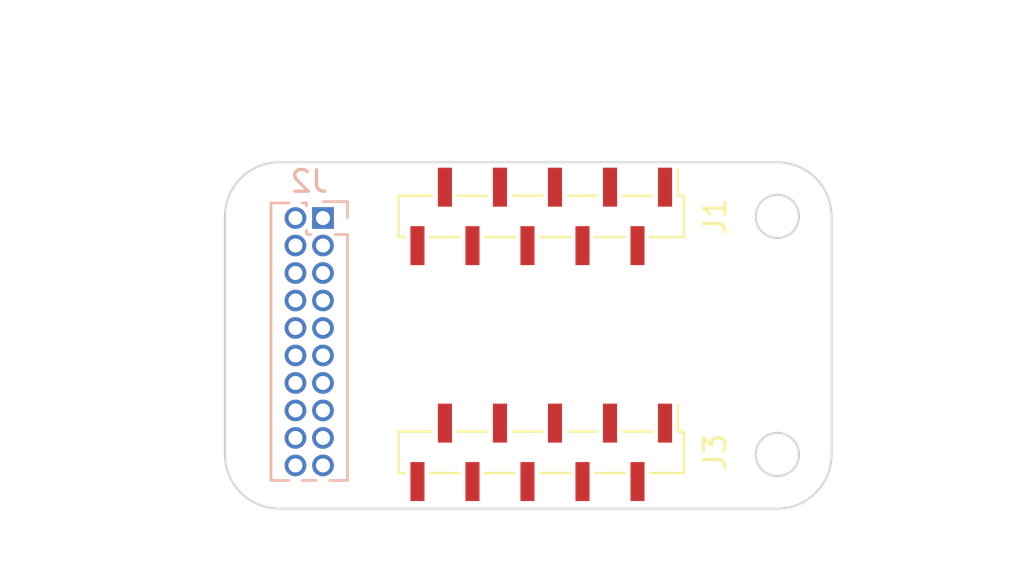
<source format=kicad_pcb>
(kicad_pcb (version 20211014) (generator pcbnew)
  (layers (0 "F.Cu" signal) (31 "B.Cu" signal) (34 "B.Paste" user) (35 "F.Paste" user) (36 "B.SilkS" user "B.Silkscreen") (37 "F.SilkS" user "F.Silkscreen") (38 "B.Mask" user) (39 "F.Mask" user) (44 "Edge.Cuts" user))
  (net 0 "")
  (net 21 "VCC")
  (net 22 "/TMS")
  (net 23 "/I2C_SCL{slash}TX")
  (net 24 "/TCK")
  (net 25 "/I2C_SDA{slash}RX")
  (net 26 "/TDO")
  (net 28 "/TDI")
  (net 29 "GND")
  (net 30 "/SNRST")
  (net 31 "/SPI_CS")
  (net 32 "/SPI_MOSI")
  (net 33 "/SPI_SCK")
  (net 34 "/SPI_MISO")
  (net 35 "VCOM")
  (net 36 "VCCQ")
  (net 37 "GNDA")
  (footprint "Connector_PinSocket_1.27mm:PinSocket_1x10_P1.27mm_Vertical_SMD_Pin1Left" (layer "F.Cu") (at 139.9 102 -90)
    (fp_text reference "J3" (at 0 -8.025 90) (layer "F.SilkS"))
    (fp_text value "Conn_01x10")
    (fp_line (start -0.96 -6.585) (end 0.96 -6.585) (layer "F.SilkS") (width 0.12))
    (fp_line (start -0.96 5.03) (end -0.96 6.585) (layer "F.SilkS") (width 0.12))
    (fp_line (start -0.96 -2.59) (end -0.96 -1.22) (layer "F.SilkS") (width 0.12))
    (fp_line (start -2.19 -6.3) (end -0.96 -6.3) (layer "F.SilkS") (width 0.12))
    (fp_line (start 0.96 -6.585) (end 0.96 -5.03) (layer "F.SilkS") (width 0.12))
    (fp_line (start 0.96 6.3) (end 0.96 6.585) (layer "F.SilkS") (width 0.12))
    (fp_line (start -0.96 -5.13) (end -0.96 -3.76) (layer "F.SilkS") (width 0.12))
    (fp_line (start 0.96 1.22) (end 0.96 2.59) (layer "F.SilkS") (width 0.12))
    (fp_line (start 0.96 -3.86) (end 0.96 -2.49) (layer "F.SilkS") (width 0.12))
    (fp_line (start -0.96 -6.585) (end -0.96 -6.3) (layer "F.SilkS") (width 0.12))
    (fp_line (start 0.96 -1.32) (end 0.96 0.05) (layer "F.SilkS") (width 0.12))
    (fp_line (start -0.96 -0.05) (end -0.96 1.32) (layer "F.SilkS") (width 0.12))
    (fp_line (start -0.96 6.585) (end 0.96 6.585) (layer "F.SilkS") (width 0.12))
    (fp_line (start 0.96 3.76) (end 0.96 5.13) (layer "F.SilkS") (width 0.12))
    (fp_line (start -0.96 2.49) (end -0.96 3.86) (layer "F.SilkS") (width 0.12))
    (pad "1" smd rect (at -1.35 -5.715 270) (size 1.8 0.65) (layers "F.Cu" "F.Paste" "F.Mask"))
    (pad "2" smd rect (at 1.35 -4.445 270) (size 1.8 0.65) (layers "F.Cu" "F.Paste" "F.Mask"))
    (pad "3" smd rect (at -1.35 -3.175 270) (size 1.8 0.65) (layers "F.Cu" "F.Paste" "F.Mask"))
    (pad "4" smd rect (at 1.35 -1.905 270) (size 1.8 0.65) (layers "F.Cu" "F.Paste" "F.Mask"))
    (pad "5" smd rect (at -1.35 -0.635 270) (size 1.8 0.65) (layers "F.Cu" "F.Paste" "F.Mask"))
    (pad "6" smd rect (at 1.35 0.635 270) (size 1.8 0.65) (layers "F.Cu" "F.Paste" "F.Mask"))
    (pad "7" smd rect (at -1.35 1.905 270) (size 1.8 0.65) (layers "F.Cu" "F.Paste" "F.Mask"))
    (pad "8" smd rect (at 1.35 3.175 270) (size 1.8 0.65) (layers "F.Cu" "F.Paste" "F.Mask"))
    (pad "9" smd rect (at -1.35 4.445 270) (size 1.8 0.65) (layers "F.Cu" "F.Paste" "F.Mask"))
    (pad "10" smd rect (at 1.35 5.715 270) (size 1.8 0.65) (layers "F.Cu" "F.Paste" "F.Mask"))
  )
  (footprint "Connector_PinSocket_1.27mm:PinSocket_1x10_P1.27mm_Vertical_SMD_Pin1Left" (layer "F.Cu") (at 139.9 91.1 -90)
    (fp_text reference "J1" (at 0 -8.025 90) (layer "F.SilkS"))
    (fp_text value "Conn_01x10")
    (fp_line (start 0.96 -1.32) (end 0.96 0.05) (layer "F.SilkS") (width 0.12))
    (fp_line (start -2.19 -6.3) (end -0.96 -6.3) (layer "F.SilkS") (width 0.12))
    (fp_line (start 0.96 -3.86) (end 0.96 -2.49) (layer "F.SilkS") (width 0.12))
    (fp_line (start 0.96 -6.585) (end 0.96 -5.03) (layer "F.SilkS") (width 0.12))
    (fp_line (start 0.96 6.3) (end 0.96 6.585) (layer "F.SilkS") (width 0.12))
    (fp_line (start 0.96 3.76) (end 0.96 5.13) (layer "F.SilkS") (width 0.12))
    (fp_line (start -0.96 2.49) (end -0.96 3.86) (layer "F.SilkS") (width 0.12))
    (fp_line (start -0.96 -5.13) (end -0.96 -3.76) (layer "F.SilkS") (width 0.12))
    (fp_line (start -0.96 6.585) (end 0.96 6.585) (layer "F.SilkS") (width 0.12))
    (fp_line (start -0.96 -0.05) (end -0.96 1.32) (layer "F.SilkS") (width 0.12))
    (fp_line (start -0.96 -6.585) (end -0.96 -6.3) (layer "F.SilkS") (width 0.12))
    (fp_line (start -0.96 5.03) (end -0.96 6.585) (layer "F.SilkS") (width 0.12))
    (fp_line (start 0.96 1.22) (end 0.96 2.59) (layer "F.SilkS") (width 0.12))
    (fp_line (start -0.96 -2.59) (end -0.96 -1.22) (layer "F.SilkS") (width 0.12))
    (fp_line (start -0.96 -6.585) (end 0.96 -6.585) (layer "F.SilkS") (width 0.12))
    (pad "1" smd rect (at -1.35 -5.715 270) (size 1.8 0.65) (layers "F.Cu" "F.Paste" "F.Mask"))
    (pad "2" smd rect (at 1.35 -4.445 270) (size 1.8 0.65) (layers "F.Cu" "F.Paste" "F.Mask"))
    (pad "3" smd rect (at -1.35 -3.175 270) (size 1.8 0.65) (layers "F.Cu" "F.Paste" "F.Mask"))
    (pad "4" smd rect (at 1.35 -1.905 270) (size 1.8 0.65) (layers "F.Cu" "F.Paste" "F.Mask"))
    (pad "5" smd rect (at -1.35 -0.635 270) (size 1.8 0.65) (layers "F.Cu" "F.Paste" "F.Mask"))
    (pad "6" smd rect (at 1.35 0.635 270) (size 1.8 0.65) (layers "F.Cu" "F.Paste" "F.Mask"))
    (pad "7" smd rect (at -1.35 1.905 270) (size 1.8 0.65) (layers "F.Cu" "F.Paste" "F.Mask"))
    (pad "8" smd rect (at 1.35 3.175 270) (size 1.8 0.65) (layers "F.Cu" "F.Paste" "F.Mask"))
    (pad "9" smd rect (at -1.35 4.445 270) (size 1.8 0.65) (layers "F.Cu" "F.Paste" "F.Mask"))
    (pad "10" smd rect (at 1.35 5.715 270) (size 1.8 0.65) (layers "F.Cu" "F.Paste" "F.Mask"))
  )
  (footprint "Connector_PinHeader_1.27mm:PinHeader_2x10_P1.27mm_Vertical" (layer "B.Cu") (at 129.825 91.175 180)
    (fp_text reference "J2" (at 0.635 1.695) (layer "B.SilkS") (effects (justify mirror)))
    (fp_text value "Conn_02x10_Odd_Even")
    (fp_line (start 0.30753 -12.125) (end 0.96247 -12.125) (layer "B.SilkS") (width 0.12))
    (fp_line (start -1.13 -0.76) (end -0.563471 -0.76) (layer "B.SilkS") (width 0.12))
    (fp_line (start 0.563471 -0.76) (end 0.706529 -0.76) (layer "B.SilkS") (width 0.12))
    (fp_line (start 0.76 -0.706529) (end 0.76 -0.563471) (layer "B.SilkS") (width 0.12))
    (fp_line (start 1.57753 0.695) (end 2.4 0.695) (layer "B.SilkS") (width 0.12))
    (fp_line (start 2.4 0.695) (end 2.4 -12.125) (layer "B.SilkS") (width 0.12))
    (fp_line (start 0.76 0.563471) (end 0.76 0.695) (layer "B.SilkS") (width 0.12))
    (fp_line (start 0.76 0.695) (end 0.96247 0.695) (layer "B.SilkS") (width 0.12))
    (fp_line (start -1.13 0.76) (end 0 0.76) (layer "B.SilkS") (width 0.12))
    (fp_line (start -1.13 -12.125) (end -0.30753 -12.125) (layer "B.SilkS") (width 0.12))
    (fp_line (start -1.13 -0.76) (end -1.13 -12.125) (layer "B.SilkS") (width 0.12))
    (fp_line (start 1.57753 -12.125) (end 2.4 -12.125) (layer "B.SilkS") (width 0.12))
    (fp_line (start -1.13 0) (end -1.13 0.76) (layer "B.SilkS") (width 0.12))
    (pad "1" thru_hole rect (at 0 0 180) (size 1 1) (drill 0.65) (layers *.Cu *.Mask) (net 21 "VCC"))
    (pad "2" thru_hole oval (at 1.27 0 180) (size 1 1) (drill 0.65) (layers *.Cu *.Mask) (net 22 "/TMS"))
    (pad "3" thru_hole oval (at 0 -1.27 180) (size 1 1) (drill 0.65) (layers *.Cu *.Mask) (net 23 "/I2C_SCL{slash}TX"))
    (pad "4" thru_hole oval (at 1.27 -1.27 180) (size 1 1) (drill 0.65) (layers *.Cu *.Mask) (net 24 "/TCK"))
    (pad "5" thru_hole oval (at 0 -2.54 180) (size 1 1) (drill 0.65) (layers *.Cu *.Mask) (net 25 "/I2C_SDA{slash}RX"))
    (pad "6" thru_hole oval (at 1.27 -2.54 180) (size 1 1) (drill 0.65) (layers *.Cu *.Mask) (net 26 "/TDO"))
    (pad "7" thru_hole oval (at 0 -3.81 180) (size 1 1) (drill 0.65) (layers *.Cu *.Mask))
    (pad "8" thru_hole oval (at 1.27 -3.81 180) (size 1 1) (drill 0.65) (layers *.Cu *.Mask) (net 28 "/TDI"))
    (pad "9" thru_hole oval (at 0 -5.08 180) (size 1 1) (drill 0.65) (layers *.Cu *.Mask) (net 29 "GND"))
    (pad "10" thru_hole oval (at 1.27 -5.08 180) (size 1 1) (drill 0.65) (layers *.Cu *.Mask) (net 30 "/SNRST"))
    (pad "11" thru_hole oval (at 0 -6.35 180) (size 1 1) (drill 0.65) (layers *.Cu *.Mask) (net 31 "/SPI_CS"))
    (pad "12" thru_hole oval (at 1.27 -6.35 180) (size 1 1) (drill 0.65) (layers *.Cu *.Mask) (net 32 "/SPI_MOSI"))
    (pad "13" thru_hole oval (at 0 -7.62 180) (size 1 1) (drill 0.65) (layers *.Cu *.Mask) (net 33 "/SPI_SCK"))
    (pad "14" thru_hole oval (at 1.27 -7.62 180) (size 1 1) (drill 0.65) (layers *.Cu *.Mask) (net 34 "/SPI_MISO"))
    (pad "15" thru_hole oval (at 0 -8.89 180) (size 1 1) (drill 0.65) (layers *.Cu *.Mask) (net 21 "VCC"))
    (pad "16" thru_hole oval (at 1.27 -8.89 180) (size 1 1) (drill 0.65) (layers *.Cu *.Mask) (net 35 "VCOM"))
    (pad "17" thru_hole oval (at 0 -10.16 180) (size 1 1) (drill 0.65) (layers *.Cu *.Mask) (net 29 "GND"))
    (pad "18" thru_hole oval (at 1.27 -10.16 180) (size 1 1) (drill 0.65) (layers *.Cu *.Mask) (net 36 "VCCQ"))
    (pad "19" thru_hole oval (at 0 -11.43 180) (size 1 1) (drill 0.65) (layers *.Cu *.Mask) (net 37 "GNDA"))
    (pad "20" thru_hole oval (at 1.27 -11.43 180) (size 1 1) (drill 0.65) (layers *.Cu *.Mask) (net 29 "GND"))
  )
  (gr_arc (start 150.8 88.6) (mid 152.567767 89.332233) (end 153.3 91.1) (layer "Edge.Cuts") (width 0.1))
  (gr_circle (center 150.8 91.1) (end 151.4 91.9) (layer "Edge.Cuts") (width 0.1) (fill none))
  (gr_arc (start 153.3 102.1) (mid 152.567767 103.867767) (end 150.8 104.6) (layer "Edge.Cuts") (width 0.1))
  (gr_circle (center 150.8 102.1) (end 151.4 102.9) (layer "Edge.Cuts") (width 0.1) (fill none))
  (gr_line (start 127.8 88.6) (end 150.8 88.6) (layer "Edge.Cuts") (width 0.1))
  (gr_line (start 153.3 102.1) (end 153.3 91.1) (layer "Edge.Cuts") (width 0.1))
  (gr_line (start 150.8 104.6) (end 127.8 104.6) (layer "Edge.Cuts") (width 0.1))
  (gr_arc (start 125.3 91.1) (mid 126.032233 89.332233) (end 127.8 88.6) (layer "Edge.Cuts") (width 0.1))
  (gr_arc (start 127.8 104.6) (mid 126.032233 103.867767) (end 125.3 102.1) (layer "Edge.Cuts") (width 0.1))
  (gr_line (start 125.3 91.1) (end 125.3 102.1) (layer "Edge.Cuts") (width 0.1))
)
</source>
